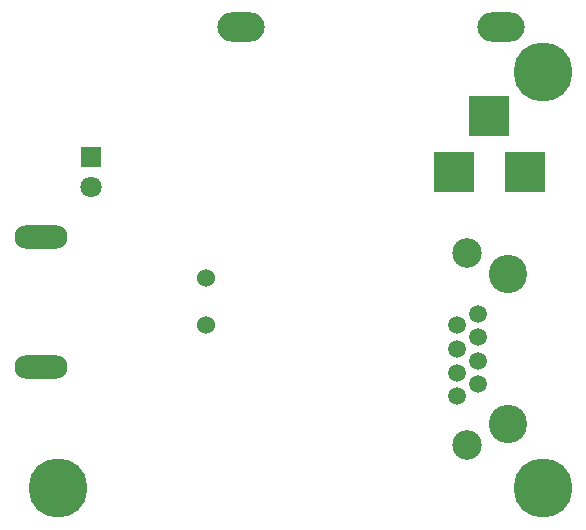
<source format=gbs>
G04 #@! TF.FileFunction,Soldermask,Bot*
%FSLAX46Y46*%
G04 Gerber Fmt 4.6, Leading zero omitted, Abs format (unit mm)*
G04 Created by KiCad (PCBNEW 4.0.5) date Sun Feb  5 17:43:36 2017*
%MOMM*%
%LPD*%
G01*
G04 APERTURE LIST*
%ADD10C,0.100000*%
%ADD11R,3.500000X3.500000*%
%ADD12R,1.800000X1.800000*%
%ADD13C,1.800000*%
%ADD14O,4.000500X2.499360*%
%ADD15C,5.000000*%
%ADD16C,1.500000*%
%ADD17C,2.500000*%
%ADD18C,3.250000*%
%ADD19C,1.524000*%
%ADD20O,4.500000X2.000000*%
G04 APERTURE END LIST*
D10*
D11*
X179000000Y-100250000D03*
X185000000Y-100250000D03*
X182000000Y-95550000D03*
D12*
X148250000Y-99000000D03*
D13*
X148250000Y-101540000D03*
D14*
X183000740Y-88000000D03*
X160999260Y-88000000D03*
D15*
X186500000Y-127000000D03*
X145500000Y-127000000D03*
X186500000Y-91750000D03*
D16*
X181000000Y-112250000D03*
X179220000Y-113250000D03*
X181000000Y-114250000D03*
X179220000Y-115250000D03*
X181000000Y-116250000D03*
X179220000Y-117250000D03*
X181000000Y-118250000D03*
X179220000Y-119250000D03*
D17*
X180110000Y-107120000D03*
X180110000Y-123380000D03*
D18*
X183540000Y-108900000D03*
X183540000Y-121600000D03*
D19*
X158000000Y-113250000D03*
X158000000Y-109250000D03*
D20*
X144000000Y-105750000D03*
X144000000Y-116750000D03*
M02*

</source>
